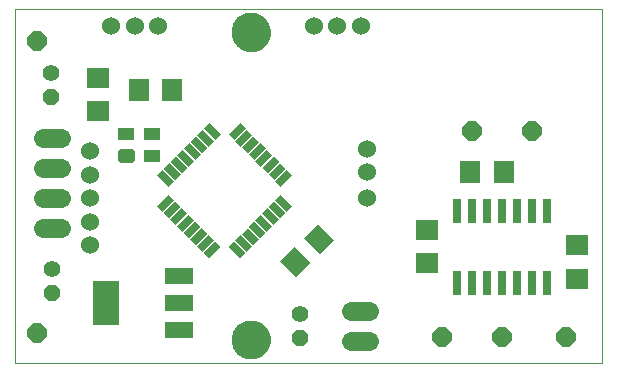
<source format=gts>
G75*
%MOIN*%
%OFA0B0*%
%FSLAX25Y25*%
%IPPOS*%
%LPD*%
%AMOC8*
5,1,8,0,0,1.08239X$1,22.5*
%
%ADD10C,0.00000*%
%ADD11C,0.12998*%
%ADD12R,0.05400X0.02600*%
%ADD13R,0.02600X0.05400*%
%ADD14C,0.06000*%
%ADD15C,0.02169*%
%ADD16R,0.05518X0.04337*%
%ADD17R,0.06699X0.07487*%
%ADD18R,0.07487X0.06699*%
%ADD19OC8,0.05600*%
%ADD20C,0.05600*%
%ADD21OC8,0.06400*%
%ADD22R,0.09199X0.05199*%
%ADD23R,0.09061X0.14573*%
%ADD24C,0.06400*%
%ADD25R,0.03000X0.08400*%
%ADD26R,0.06699X0.07498*%
%ADD27R,0.07498X0.06699*%
D10*
X0012716Y0017082D02*
X0012716Y0135193D01*
X0208513Y0135193D01*
X0208513Y0017082D01*
X0139537Y0017082D01*
X0085157Y0024956D02*
X0085159Y0025114D01*
X0085165Y0025272D01*
X0085175Y0025430D01*
X0085189Y0025588D01*
X0085207Y0025745D01*
X0085228Y0025902D01*
X0085254Y0026058D01*
X0085284Y0026214D01*
X0085317Y0026369D01*
X0085355Y0026522D01*
X0085396Y0026675D01*
X0085441Y0026827D01*
X0085490Y0026978D01*
X0085543Y0027127D01*
X0085599Y0027275D01*
X0085659Y0027421D01*
X0085723Y0027566D01*
X0085791Y0027709D01*
X0085862Y0027851D01*
X0085936Y0027991D01*
X0086014Y0028128D01*
X0086096Y0028264D01*
X0086180Y0028398D01*
X0086269Y0028529D01*
X0086360Y0028658D01*
X0086455Y0028785D01*
X0086552Y0028910D01*
X0086653Y0029032D01*
X0086757Y0029151D01*
X0086864Y0029268D01*
X0086974Y0029382D01*
X0087087Y0029493D01*
X0087202Y0029602D01*
X0087320Y0029707D01*
X0087441Y0029809D01*
X0087564Y0029909D01*
X0087690Y0030005D01*
X0087818Y0030098D01*
X0087948Y0030188D01*
X0088081Y0030274D01*
X0088216Y0030358D01*
X0088352Y0030437D01*
X0088491Y0030514D01*
X0088632Y0030586D01*
X0088774Y0030656D01*
X0088918Y0030721D01*
X0089064Y0030783D01*
X0089211Y0030841D01*
X0089360Y0030896D01*
X0089510Y0030947D01*
X0089661Y0030994D01*
X0089813Y0031037D01*
X0089966Y0031076D01*
X0090121Y0031112D01*
X0090276Y0031143D01*
X0090432Y0031171D01*
X0090588Y0031195D01*
X0090745Y0031215D01*
X0090903Y0031231D01*
X0091060Y0031243D01*
X0091219Y0031251D01*
X0091377Y0031255D01*
X0091535Y0031255D01*
X0091693Y0031251D01*
X0091852Y0031243D01*
X0092009Y0031231D01*
X0092167Y0031215D01*
X0092324Y0031195D01*
X0092480Y0031171D01*
X0092636Y0031143D01*
X0092791Y0031112D01*
X0092946Y0031076D01*
X0093099Y0031037D01*
X0093251Y0030994D01*
X0093402Y0030947D01*
X0093552Y0030896D01*
X0093701Y0030841D01*
X0093848Y0030783D01*
X0093994Y0030721D01*
X0094138Y0030656D01*
X0094280Y0030586D01*
X0094421Y0030514D01*
X0094560Y0030437D01*
X0094696Y0030358D01*
X0094831Y0030274D01*
X0094964Y0030188D01*
X0095094Y0030098D01*
X0095222Y0030005D01*
X0095348Y0029909D01*
X0095471Y0029809D01*
X0095592Y0029707D01*
X0095710Y0029602D01*
X0095825Y0029493D01*
X0095938Y0029382D01*
X0096048Y0029268D01*
X0096155Y0029151D01*
X0096259Y0029032D01*
X0096360Y0028910D01*
X0096457Y0028785D01*
X0096552Y0028658D01*
X0096643Y0028529D01*
X0096732Y0028398D01*
X0096816Y0028264D01*
X0096898Y0028128D01*
X0096976Y0027991D01*
X0097050Y0027851D01*
X0097121Y0027709D01*
X0097189Y0027566D01*
X0097253Y0027421D01*
X0097313Y0027275D01*
X0097369Y0027127D01*
X0097422Y0026978D01*
X0097471Y0026827D01*
X0097516Y0026675D01*
X0097557Y0026522D01*
X0097595Y0026369D01*
X0097628Y0026214D01*
X0097658Y0026058D01*
X0097684Y0025902D01*
X0097705Y0025745D01*
X0097723Y0025588D01*
X0097737Y0025430D01*
X0097747Y0025272D01*
X0097753Y0025114D01*
X0097755Y0024956D01*
X0097753Y0024798D01*
X0097747Y0024640D01*
X0097737Y0024482D01*
X0097723Y0024324D01*
X0097705Y0024167D01*
X0097684Y0024010D01*
X0097658Y0023854D01*
X0097628Y0023698D01*
X0097595Y0023543D01*
X0097557Y0023390D01*
X0097516Y0023237D01*
X0097471Y0023085D01*
X0097422Y0022934D01*
X0097369Y0022785D01*
X0097313Y0022637D01*
X0097253Y0022491D01*
X0097189Y0022346D01*
X0097121Y0022203D01*
X0097050Y0022061D01*
X0096976Y0021921D01*
X0096898Y0021784D01*
X0096816Y0021648D01*
X0096732Y0021514D01*
X0096643Y0021383D01*
X0096552Y0021254D01*
X0096457Y0021127D01*
X0096360Y0021002D01*
X0096259Y0020880D01*
X0096155Y0020761D01*
X0096048Y0020644D01*
X0095938Y0020530D01*
X0095825Y0020419D01*
X0095710Y0020310D01*
X0095592Y0020205D01*
X0095471Y0020103D01*
X0095348Y0020003D01*
X0095222Y0019907D01*
X0095094Y0019814D01*
X0094964Y0019724D01*
X0094831Y0019638D01*
X0094696Y0019554D01*
X0094560Y0019475D01*
X0094421Y0019398D01*
X0094280Y0019326D01*
X0094138Y0019256D01*
X0093994Y0019191D01*
X0093848Y0019129D01*
X0093701Y0019071D01*
X0093552Y0019016D01*
X0093402Y0018965D01*
X0093251Y0018918D01*
X0093099Y0018875D01*
X0092946Y0018836D01*
X0092791Y0018800D01*
X0092636Y0018769D01*
X0092480Y0018741D01*
X0092324Y0018717D01*
X0092167Y0018697D01*
X0092009Y0018681D01*
X0091852Y0018669D01*
X0091693Y0018661D01*
X0091535Y0018657D01*
X0091377Y0018657D01*
X0091219Y0018661D01*
X0091060Y0018669D01*
X0090903Y0018681D01*
X0090745Y0018697D01*
X0090588Y0018717D01*
X0090432Y0018741D01*
X0090276Y0018769D01*
X0090121Y0018800D01*
X0089966Y0018836D01*
X0089813Y0018875D01*
X0089661Y0018918D01*
X0089510Y0018965D01*
X0089360Y0019016D01*
X0089211Y0019071D01*
X0089064Y0019129D01*
X0088918Y0019191D01*
X0088774Y0019256D01*
X0088632Y0019326D01*
X0088491Y0019398D01*
X0088352Y0019475D01*
X0088216Y0019554D01*
X0088081Y0019638D01*
X0087948Y0019724D01*
X0087818Y0019814D01*
X0087690Y0019907D01*
X0087564Y0020003D01*
X0087441Y0020103D01*
X0087320Y0020205D01*
X0087202Y0020310D01*
X0087087Y0020419D01*
X0086974Y0020530D01*
X0086864Y0020644D01*
X0086757Y0020761D01*
X0086653Y0020880D01*
X0086552Y0021002D01*
X0086455Y0021127D01*
X0086360Y0021254D01*
X0086269Y0021383D01*
X0086180Y0021514D01*
X0086096Y0021648D01*
X0086014Y0021784D01*
X0085936Y0021921D01*
X0085862Y0022061D01*
X0085791Y0022203D01*
X0085723Y0022346D01*
X0085659Y0022491D01*
X0085599Y0022637D01*
X0085543Y0022785D01*
X0085490Y0022934D01*
X0085441Y0023085D01*
X0085396Y0023237D01*
X0085355Y0023390D01*
X0085317Y0023543D01*
X0085284Y0023698D01*
X0085254Y0023854D01*
X0085228Y0024010D01*
X0085207Y0024167D01*
X0085189Y0024324D01*
X0085175Y0024482D01*
X0085165Y0024640D01*
X0085159Y0024798D01*
X0085157Y0024956D01*
X0012716Y0017082D02*
X0208513Y0017082D01*
X0085157Y0127319D02*
X0085159Y0127477D01*
X0085165Y0127635D01*
X0085175Y0127793D01*
X0085189Y0127951D01*
X0085207Y0128108D01*
X0085228Y0128265D01*
X0085254Y0128421D01*
X0085284Y0128577D01*
X0085317Y0128732D01*
X0085355Y0128885D01*
X0085396Y0129038D01*
X0085441Y0129190D01*
X0085490Y0129341D01*
X0085543Y0129490D01*
X0085599Y0129638D01*
X0085659Y0129784D01*
X0085723Y0129929D01*
X0085791Y0130072D01*
X0085862Y0130214D01*
X0085936Y0130354D01*
X0086014Y0130491D01*
X0086096Y0130627D01*
X0086180Y0130761D01*
X0086269Y0130892D01*
X0086360Y0131021D01*
X0086455Y0131148D01*
X0086552Y0131273D01*
X0086653Y0131395D01*
X0086757Y0131514D01*
X0086864Y0131631D01*
X0086974Y0131745D01*
X0087087Y0131856D01*
X0087202Y0131965D01*
X0087320Y0132070D01*
X0087441Y0132172D01*
X0087564Y0132272D01*
X0087690Y0132368D01*
X0087818Y0132461D01*
X0087948Y0132551D01*
X0088081Y0132637D01*
X0088216Y0132721D01*
X0088352Y0132800D01*
X0088491Y0132877D01*
X0088632Y0132949D01*
X0088774Y0133019D01*
X0088918Y0133084D01*
X0089064Y0133146D01*
X0089211Y0133204D01*
X0089360Y0133259D01*
X0089510Y0133310D01*
X0089661Y0133357D01*
X0089813Y0133400D01*
X0089966Y0133439D01*
X0090121Y0133475D01*
X0090276Y0133506D01*
X0090432Y0133534D01*
X0090588Y0133558D01*
X0090745Y0133578D01*
X0090903Y0133594D01*
X0091060Y0133606D01*
X0091219Y0133614D01*
X0091377Y0133618D01*
X0091535Y0133618D01*
X0091693Y0133614D01*
X0091852Y0133606D01*
X0092009Y0133594D01*
X0092167Y0133578D01*
X0092324Y0133558D01*
X0092480Y0133534D01*
X0092636Y0133506D01*
X0092791Y0133475D01*
X0092946Y0133439D01*
X0093099Y0133400D01*
X0093251Y0133357D01*
X0093402Y0133310D01*
X0093552Y0133259D01*
X0093701Y0133204D01*
X0093848Y0133146D01*
X0093994Y0133084D01*
X0094138Y0133019D01*
X0094280Y0132949D01*
X0094421Y0132877D01*
X0094560Y0132800D01*
X0094696Y0132721D01*
X0094831Y0132637D01*
X0094964Y0132551D01*
X0095094Y0132461D01*
X0095222Y0132368D01*
X0095348Y0132272D01*
X0095471Y0132172D01*
X0095592Y0132070D01*
X0095710Y0131965D01*
X0095825Y0131856D01*
X0095938Y0131745D01*
X0096048Y0131631D01*
X0096155Y0131514D01*
X0096259Y0131395D01*
X0096360Y0131273D01*
X0096457Y0131148D01*
X0096552Y0131021D01*
X0096643Y0130892D01*
X0096732Y0130761D01*
X0096816Y0130627D01*
X0096898Y0130491D01*
X0096976Y0130354D01*
X0097050Y0130214D01*
X0097121Y0130072D01*
X0097189Y0129929D01*
X0097253Y0129784D01*
X0097313Y0129638D01*
X0097369Y0129490D01*
X0097422Y0129341D01*
X0097471Y0129190D01*
X0097516Y0129038D01*
X0097557Y0128885D01*
X0097595Y0128732D01*
X0097628Y0128577D01*
X0097658Y0128421D01*
X0097684Y0128265D01*
X0097705Y0128108D01*
X0097723Y0127951D01*
X0097737Y0127793D01*
X0097747Y0127635D01*
X0097753Y0127477D01*
X0097755Y0127319D01*
X0097753Y0127161D01*
X0097747Y0127003D01*
X0097737Y0126845D01*
X0097723Y0126687D01*
X0097705Y0126530D01*
X0097684Y0126373D01*
X0097658Y0126217D01*
X0097628Y0126061D01*
X0097595Y0125906D01*
X0097557Y0125753D01*
X0097516Y0125600D01*
X0097471Y0125448D01*
X0097422Y0125297D01*
X0097369Y0125148D01*
X0097313Y0125000D01*
X0097253Y0124854D01*
X0097189Y0124709D01*
X0097121Y0124566D01*
X0097050Y0124424D01*
X0096976Y0124284D01*
X0096898Y0124147D01*
X0096816Y0124011D01*
X0096732Y0123877D01*
X0096643Y0123746D01*
X0096552Y0123617D01*
X0096457Y0123490D01*
X0096360Y0123365D01*
X0096259Y0123243D01*
X0096155Y0123124D01*
X0096048Y0123007D01*
X0095938Y0122893D01*
X0095825Y0122782D01*
X0095710Y0122673D01*
X0095592Y0122568D01*
X0095471Y0122466D01*
X0095348Y0122366D01*
X0095222Y0122270D01*
X0095094Y0122177D01*
X0094964Y0122087D01*
X0094831Y0122001D01*
X0094696Y0121917D01*
X0094560Y0121838D01*
X0094421Y0121761D01*
X0094280Y0121689D01*
X0094138Y0121619D01*
X0093994Y0121554D01*
X0093848Y0121492D01*
X0093701Y0121434D01*
X0093552Y0121379D01*
X0093402Y0121328D01*
X0093251Y0121281D01*
X0093099Y0121238D01*
X0092946Y0121199D01*
X0092791Y0121163D01*
X0092636Y0121132D01*
X0092480Y0121104D01*
X0092324Y0121080D01*
X0092167Y0121060D01*
X0092009Y0121044D01*
X0091852Y0121032D01*
X0091693Y0121024D01*
X0091535Y0121020D01*
X0091377Y0121020D01*
X0091219Y0121024D01*
X0091060Y0121032D01*
X0090903Y0121044D01*
X0090745Y0121060D01*
X0090588Y0121080D01*
X0090432Y0121104D01*
X0090276Y0121132D01*
X0090121Y0121163D01*
X0089966Y0121199D01*
X0089813Y0121238D01*
X0089661Y0121281D01*
X0089510Y0121328D01*
X0089360Y0121379D01*
X0089211Y0121434D01*
X0089064Y0121492D01*
X0088918Y0121554D01*
X0088774Y0121619D01*
X0088632Y0121689D01*
X0088491Y0121761D01*
X0088352Y0121838D01*
X0088216Y0121917D01*
X0088081Y0122001D01*
X0087948Y0122087D01*
X0087818Y0122177D01*
X0087690Y0122270D01*
X0087564Y0122366D01*
X0087441Y0122466D01*
X0087320Y0122568D01*
X0087202Y0122673D01*
X0087087Y0122782D01*
X0086974Y0122893D01*
X0086864Y0123007D01*
X0086757Y0123124D01*
X0086653Y0123243D01*
X0086552Y0123365D01*
X0086455Y0123490D01*
X0086360Y0123617D01*
X0086269Y0123746D01*
X0086180Y0123877D01*
X0086096Y0124011D01*
X0086014Y0124147D01*
X0085936Y0124284D01*
X0085862Y0124424D01*
X0085791Y0124566D01*
X0085723Y0124709D01*
X0085659Y0124854D01*
X0085599Y0125000D01*
X0085543Y0125148D01*
X0085490Y0125297D01*
X0085441Y0125448D01*
X0085396Y0125600D01*
X0085355Y0125753D01*
X0085317Y0125906D01*
X0085284Y0126061D01*
X0085254Y0126217D01*
X0085228Y0126373D01*
X0085207Y0126530D01*
X0085189Y0126687D01*
X0085175Y0126845D01*
X0085165Y0127003D01*
X0085159Y0127161D01*
X0085157Y0127319D01*
D11*
X0091456Y0127319D03*
X0091456Y0024956D03*
D12*
G36*
X0087860Y0052009D02*
X0084043Y0055826D01*
X0085882Y0057665D01*
X0089699Y0053848D01*
X0087860Y0052009D01*
G37*
G36*
X0090087Y0054237D02*
X0086270Y0058054D01*
X0088109Y0059893D01*
X0091926Y0056076D01*
X0090087Y0054237D01*
G37*
G36*
X0092314Y0056464D02*
X0088497Y0060281D01*
X0090336Y0062120D01*
X0094153Y0058303D01*
X0092314Y0056464D01*
G37*
G36*
X0094541Y0058691D02*
X0090724Y0062508D01*
X0092563Y0064347D01*
X0096380Y0060530D01*
X0094541Y0058691D01*
G37*
G36*
X0096768Y0060918D02*
X0092951Y0064735D01*
X0094790Y0066574D01*
X0098607Y0062757D01*
X0096768Y0060918D01*
G37*
G36*
X0098996Y0063145D02*
X0095179Y0066962D01*
X0097018Y0068801D01*
X0100835Y0064984D01*
X0098996Y0063145D01*
G37*
G36*
X0101223Y0065372D02*
X0097406Y0069189D01*
X0099245Y0071028D01*
X0103062Y0067211D01*
X0101223Y0065372D01*
G37*
G36*
X0103450Y0067599D02*
X0099633Y0071416D01*
X0101472Y0073255D01*
X0105289Y0069438D01*
X0103450Y0067599D01*
G37*
G36*
X0072868Y0084818D02*
X0069051Y0088635D01*
X0070890Y0090474D01*
X0074707Y0086657D01*
X0072868Y0084818D01*
G37*
G36*
X0070641Y0082591D02*
X0066824Y0086408D01*
X0068663Y0088247D01*
X0072480Y0084430D01*
X0070641Y0082591D01*
G37*
G36*
X0068414Y0080364D02*
X0064597Y0084181D01*
X0066436Y0086020D01*
X0070253Y0082203D01*
X0068414Y0080364D01*
G37*
G36*
X0066187Y0078137D02*
X0062370Y0081954D01*
X0064209Y0083793D01*
X0068026Y0079976D01*
X0066187Y0078137D01*
G37*
G36*
X0063960Y0075910D02*
X0060143Y0079727D01*
X0061982Y0081566D01*
X0065799Y0077749D01*
X0063960Y0075910D01*
G37*
G36*
X0075095Y0087045D02*
X0071278Y0090862D01*
X0073117Y0092701D01*
X0076934Y0088884D01*
X0075095Y0087045D01*
G37*
G36*
X0077322Y0089272D02*
X0073505Y0093089D01*
X0075344Y0094928D01*
X0079161Y0091111D01*
X0077322Y0089272D01*
G37*
G36*
X0079550Y0091499D02*
X0075733Y0095316D01*
X0077572Y0097155D01*
X0081389Y0093338D01*
X0079550Y0091499D01*
G37*
D13*
G36*
X0085882Y0091499D02*
X0084043Y0093338D01*
X0087860Y0097155D01*
X0089699Y0095316D01*
X0085882Y0091499D01*
G37*
G36*
X0088109Y0089272D02*
X0086270Y0091111D01*
X0090087Y0094928D01*
X0091926Y0093089D01*
X0088109Y0089272D01*
G37*
G36*
X0090336Y0087045D02*
X0088497Y0088884D01*
X0092314Y0092701D01*
X0094153Y0090862D01*
X0090336Y0087045D01*
G37*
G36*
X0092563Y0084818D02*
X0090724Y0086657D01*
X0094541Y0090474D01*
X0096380Y0088635D01*
X0092563Y0084818D01*
G37*
G36*
X0094790Y0082591D02*
X0092951Y0084430D01*
X0096768Y0088247D01*
X0098607Y0086408D01*
X0094790Y0082591D01*
G37*
G36*
X0097018Y0080364D02*
X0095179Y0082203D01*
X0098996Y0086020D01*
X0100835Y0084181D01*
X0097018Y0080364D01*
G37*
G36*
X0099245Y0078137D02*
X0097406Y0079976D01*
X0101223Y0083793D01*
X0103062Y0081954D01*
X0099245Y0078137D01*
G37*
G36*
X0101472Y0075910D02*
X0099633Y0077749D01*
X0103450Y0081566D01*
X0105289Y0079727D01*
X0101472Y0075910D01*
G37*
G36*
X0073117Y0056464D02*
X0071278Y0058303D01*
X0075095Y0062120D01*
X0076934Y0060281D01*
X0073117Y0056464D01*
G37*
G36*
X0075344Y0054237D02*
X0073505Y0056076D01*
X0077322Y0059893D01*
X0079161Y0058054D01*
X0075344Y0054237D01*
G37*
G36*
X0077572Y0052009D02*
X0075733Y0053848D01*
X0079550Y0057665D01*
X0081389Y0055826D01*
X0077572Y0052009D01*
G37*
G36*
X0070890Y0058691D02*
X0069051Y0060530D01*
X0072868Y0064347D01*
X0074707Y0062508D01*
X0070890Y0058691D01*
G37*
G36*
X0068663Y0060918D02*
X0066824Y0062757D01*
X0070641Y0066574D01*
X0072480Y0064735D01*
X0068663Y0060918D01*
G37*
G36*
X0066436Y0063145D02*
X0064597Y0064984D01*
X0068414Y0068801D01*
X0070253Y0066962D01*
X0066436Y0063145D01*
G37*
G36*
X0064209Y0065372D02*
X0062370Y0067211D01*
X0066187Y0071028D01*
X0068026Y0069189D01*
X0064209Y0065372D01*
G37*
G36*
X0061982Y0067599D02*
X0060143Y0069438D01*
X0063960Y0073255D01*
X0065799Y0071416D01*
X0061982Y0067599D01*
G37*
D14*
X0037716Y0064208D03*
X0037716Y0056334D03*
X0037716Y0072082D03*
X0037716Y0079956D03*
X0037716Y0087830D03*
X0044842Y0129582D03*
X0052716Y0129582D03*
X0060590Y0129582D03*
X0112342Y0129582D03*
X0120216Y0129582D03*
X0128090Y0129582D03*
X0130216Y0088519D03*
X0130216Y0080645D03*
X0130216Y0072082D03*
D15*
X0051340Y0085191D02*
X0047990Y0085191D01*
X0047990Y0087359D01*
X0051340Y0087359D01*
X0051340Y0085191D01*
X0051340Y0087359D02*
X0047990Y0087359D01*
D16*
X0049665Y0093362D03*
X0058326Y0093362D03*
X0058326Y0086275D03*
D17*
X0054113Y0108165D03*
X0065137Y0108165D03*
G36*
X0109099Y0058758D02*
X0113835Y0063494D01*
X0119127Y0058202D01*
X0114391Y0053466D01*
X0109099Y0058758D01*
G37*
G36*
X0101304Y0050963D02*
X0106040Y0055699D01*
X0111332Y0050407D01*
X0106596Y0045671D01*
X0101304Y0050963D01*
G37*
D18*
X0150216Y0050321D03*
X0150216Y0061344D03*
X0040629Y0100980D03*
X0040629Y0112004D03*
D19*
X0024674Y0105681D03*
X0025216Y0040582D03*
X0107716Y0025582D03*
D20*
X0107716Y0033582D03*
X0025216Y0048582D03*
X0024674Y0113681D03*
D21*
X0020216Y0124582D03*
X0165216Y0094582D03*
X0185216Y0094582D03*
X0175216Y0025832D03*
X0155216Y0025832D03*
X0196466Y0025832D03*
X0020216Y0027082D03*
D22*
X0067417Y0027984D03*
X0067417Y0037082D03*
X0067417Y0046181D03*
D23*
X0043015Y0037082D03*
D24*
X0028216Y0062082D02*
X0022216Y0062082D01*
X0022216Y0072082D02*
X0028216Y0072082D01*
X0028216Y0082082D02*
X0022216Y0082082D01*
X0022216Y0092082D02*
X0028216Y0092082D01*
X0124716Y0034582D02*
X0130716Y0034582D01*
X0130716Y0024582D02*
X0124716Y0024582D01*
D25*
X0160216Y0043732D03*
X0165216Y0043732D03*
X0170216Y0043732D03*
X0175216Y0043732D03*
X0180216Y0043732D03*
X0185216Y0043732D03*
X0190216Y0043732D03*
X0190216Y0067932D03*
X0185216Y0067932D03*
X0180216Y0067932D03*
X0175216Y0067932D03*
X0170216Y0067932D03*
X0165216Y0067932D03*
X0160216Y0067932D03*
D26*
X0164617Y0080832D03*
X0175814Y0080832D03*
D27*
X0200216Y0056431D03*
X0200216Y0045234D03*
M02*

</source>
